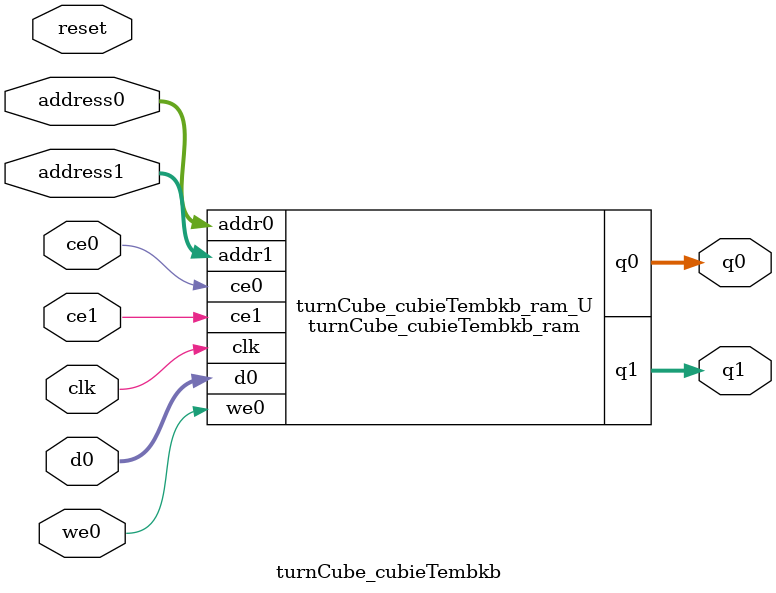
<source format=v>

`timescale 1 ns / 1 ps
module turnCube_cubieTembkb_ram (addr0, ce0, d0, we0, q0, addr1, ce1, q1,  clk);

parameter DWIDTH = 3;
parameter AWIDTH = 6;
parameter MEM_SIZE = 54;

input[AWIDTH-1:0] addr0;
input ce0;
input[DWIDTH-1:0] d0;
input we0;
output reg[DWIDTH-1:0] q0;
input[AWIDTH-1:0] addr1;
input ce1;
output reg[DWIDTH-1:0] q1;
input clk;

(* ram_style = "distributed" *)reg [DWIDTH-1:0] ram[0:MEM_SIZE-1];




always @(posedge clk)  
begin 
    if (ce0) 
    begin
        if (we0) 
        begin 
            ram[addr0] <= d0; 
            q0 <= d0;
        end 
        else 
            q0 <= ram[addr0];
    end
end


always @(posedge clk)  
begin 
    if (ce1) 
    begin
            q1 <= ram[addr1];
    end
end


endmodule


`timescale 1 ns / 1 ps
module turnCube_cubieTembkb(
    reset,
    clk,
    address0,
    ce0,
    we0,
    d0,
    q0,
    address1,
    ce1,
    q1);

parameter DataWidth = 32'd3;
parameter AddressRange = 32'd54;
parameter AddressWidth = 32'd6;
input reset;
input clk;
input[AddressWidth - 1:0] address0;
input ce0;
input we0;
input[DataWidth - 1:0] d0;
output[DataWidth - 1:0] q0;
input[AddressWidth - 1:0] address1;
input ce1;
output[DataWidth - 1:0] q1;



turnCube_cubieTembkb_ram turnCube_cubieTembkb_ram_U(
    .clk( clk ),
    .addr0( address0 ),
    .ce0( ce0 ),
    .we0( we0 ),
    .d0( d0 ),
    .q0( q0 ),
    .addr1( address1 ),
    .ce1( ce1 ),
    .q1( q1 ));

endmodule


</source>
